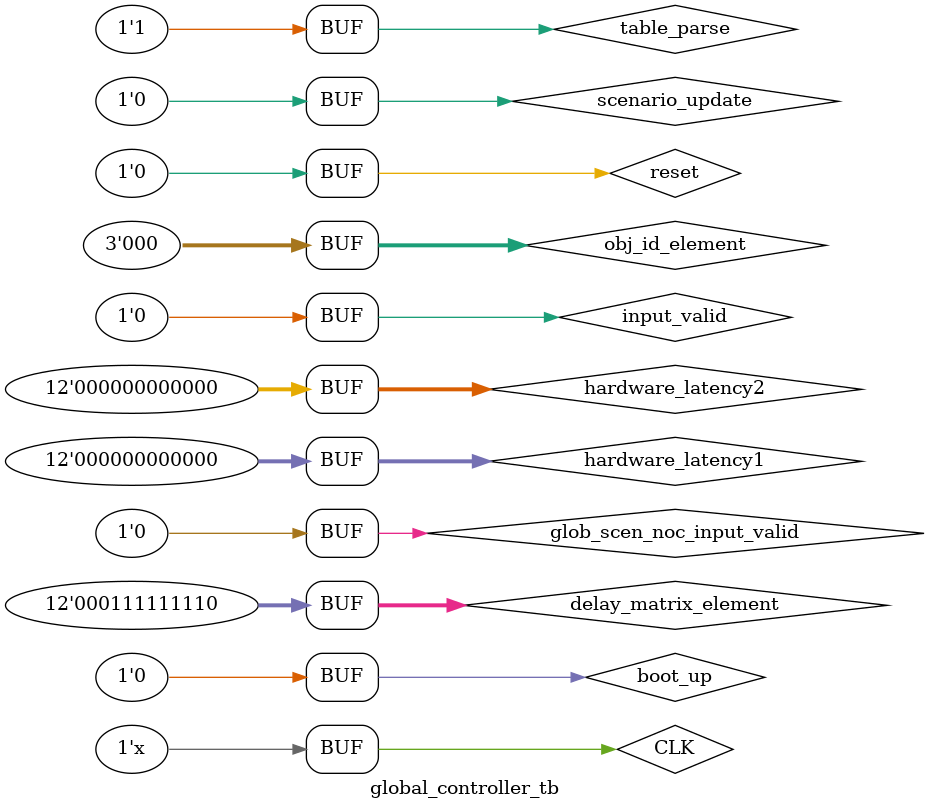
<source format=v>
`timescale 1ns / 1ps


`include "/home/green1/DKIT/tsmc_muse/IP/TSMC28_STD_CELLS/unzipped/tcbn28hpcplusbwp30p140lvt_190a/tcbn28hpcplusbwp30p140lvt_110a_vlg/TSMCHOME/digital/Front_End/verilog/tcbn28hpcplusbwp30p140lvt_110a/tcbn28hpcplusbwp30p140lvt.v"

////////////////////////////////////////////////////////////////////////////////////////////////
// Company: Gatech	
// Engineer: Mandovi Mukherjee
// 
// Create Date: 03/31/2021 
// System Name: accelerator
// Module Name: global_controller_tb
// Project Name: ARION DRBE
// Description: Testbench for local controller
// Dependencies:
// Additional Comments: 
/////////////////////////////////////////////////////////////////////////////////////////////////////

module global_controller_tb;

    // parameter
    	parameter N_sample = 256;
	parameter datawidth = 16;
	parameter address_vector_width = 8; //can be 200 or 8: 8 for small tapeout
	parameter N_obj = 8; //can be 200 or 8: 8 for small tapeout
	parameter id_width = 4; // 16 local controllers in subscaled system
	parameter sample_address_width = 8; /// assuming 256 words: needs to change if arrangement is different
	parameter packet_width = 2*datawidth + address_vector_width;
	parameter delay_length = 12; // log(id_width*N_sample)
	parameter obj_id_width = 3; // log(N_obj)
	parameter tapping_loc_packet_width = sample_address_width + obj_id_width; // log(N_obj)
	parameter T_clk = 0.4;


/////////////////////////////////////////////////////////////////////////////////////    
    	reg CLK;
    	reg reset;
	reg scenario_update;
	reg boot_up;
	reg table_parse;
	reg input_valid;
	reg glob_scen_noc_input_valid;
	reg [delay_length - 1:0] delay_matrix_element;
	reg [obj_id_width - 1:0] obj_id_element;
	reg [delay_length - 1:0] hardware_latency1;   ///keep as config to be input through spi?
	reg [delay_length - 1:0] hardware_latency2;   /// keep as config to be input through spi?


	wire [address_vector_width - 1:0] from_glob_prefetch_dest;
	wire [address_vector_width - 1:0] from_glob_prefetch_start;
	wire [address_vector_width - 1:0] from_glob_prefetch_stop;
	wire [id_width - 1:0] local_controller_id;			
	wire [tapping_loc_packet_width - 1:0] tapping_loc_packet;

    initial begin
        	CLK <= 0;
        	reset <= 0;
		scenario_update <= 0;
		delay_matrix_element <= 0;
		obj_id_element <= 0;
		boot_up <= 0;
		table_parse <= 0;
		input_valid <= 0;
		glob_scen_noc_input_valid <= 0;
		hardware_latency1 <= 0;
		hardware_latency2 <= 0;

           #(T_clk ) reset <= 1;
	   #(3*T_clk) reset <= 0;
	   #(T_clk);
////////////////////////////// initial boot up phase /////////////////
	   #(5*T_clk) boot_up <= 1;
	   #(T_clk) input_valid <= 1;
		delay_matrix_element <= 400;  ///3696 after subtraction
		obj_id_element <= 1;
	   #(T_clk) input_valid <= 0;

	   #(6*T_clk) input_valid <= 1;
		delay_matrix_element <= 500;  ///3596 after subtraction
		obj_id_element <= 0;
	   #(T_clk) input_valid <= 0;

	   #(6*T_clk) input_valid <= 1;
		delay_matrix_element <= 850;   //3246 after subtraction
		obj_id_element <= 2;
	   #(T_clk) input_valid <= 0;
	   #(5*T_clk) boot_up <= 0;

	   #(7*T_clk) table_parse <= 1;

	   #(5*T_clk) glob_scen_noc_input_valid <= 1;
		delay_matrix_element <= 401;   ///3695 after subtraction 
		obj_id_element <= 1;
	   #(T_clk) glob_scen_noc_input_valid <= 0;

	   #(6*T_clk) glob_scen_noc_input_valid <= 1;
		delay_matrix_element <= 510;      ///3586 after subtraction
		obj_id_element <= 0;
	   #(T_clk) glob_scen_noc_input_valid <= 0;

	   #(20*T_clk) scenario_update <= 1;
	   #(T_clk) scenario_update <= 0;




  
//	   #(12.5*T_clk) from_glob_controller_valid2 <= 1;
//			  from_glob_dest_addr_2 <= 8'b00001000;
//		          from_glob_controller_delay_2 <= 8'b00011001;

//	     #(T_clk)     from_glob_controller_valid2 <= 0;
//			  from_glob_dest_addr_2 <= 8'bz;
//			  from_glob_controller_delay_2 <= 8'bz;


///////////////write enabled //////////////////////////////////			



/////////////////////////////////////////////////////////////
//	   #(1300*T_clk) scenario_update <= 0;
//	   #(T_clk) scenario_update <= 0;
				 
        

    end

    always #(0.5*T_clk) CLK <= ~CLK;


 
global_controller DUT_global(.CLK(CLK), .reset(reset), .boot_up(boot_up),  .table_parse(table_parse), .input_valid(input_valid), .glob_scen_noc_input_valid(glob_scen_noc_input_valid), .delay_matrix_element(delay_matrix_element), .obj_id_element(obj_id_element),.from_glob_prefetch_start(from_glob_prefetch_start),.from_glob_prefetch_dest(from_glob_prefetch_dest),  .scenario_update(scenario_update), .local_controller_id(local_controller_id), .tapping_loc_packet(tapping_loc_packet), .from_glob_prefetch_stop(from_glob_prefetch_stop), .hardware_latency1(hardware_latency1), .hardware_latency2(hardware_latency2));

    
endmodule

</source>
